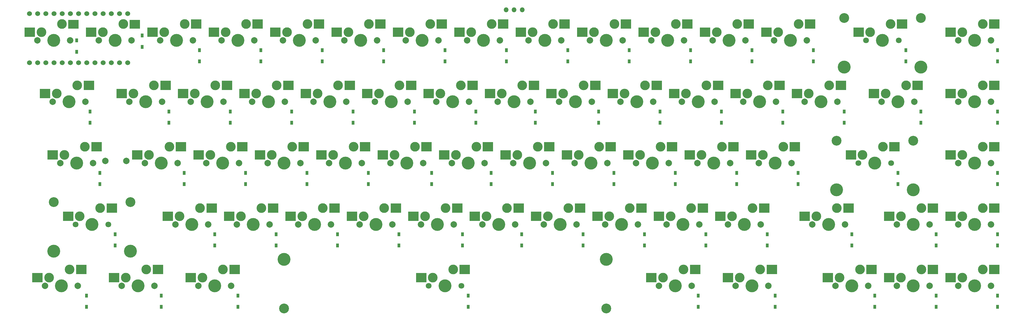
<source format=gbs>
G04 #@! TF.GenerationSoftware,KiCad,Pcbnew,(5.1.4)-1*
G04 #@! TF.CreationDate,2021-12-30T21:43:56+09:00*
G04 #@! TF.ProjectId,gl65,676c3635-2e6b-4696-9361-645f70636258,rev?*
G04 #@! TF.SameCoordinates,Original*
G04 #@! TF.FileFunction,Soldermask,Bot*
G04 #@! TF.FilePolarity,Negative*
%FSLAX46Y46*%
G04 Gerber Fmt 4.6, Leading zero omitted, Abs format (unit mm)*
G04 Created by KiCad (PCBNEW (5.1.4)-1) date 2021-12-30 21:43:56*
%MOMM*%
%LPD*%
G04 APERTURE LIST*
%ADD10R,3.300000X3.000000*%
%ADD11C,2.000000*%
%ADD12C,4.000000*%
%ADD13C,3.000000*%
%ADD14R,3.300000X2.800000*%
%ADD15C,1.524000*%
%ADD16C,3.050000*%
%ADD17C,1.800000*%
%ADD18O,1.500000X1.500000*%
%ADD19R,0.950000X1.300000*%
G04 APERTURE END LIST*
D10*
X115687500Y-80605000D03*
D11*
X104457500Y-85725000D03*
X114617500Y-85725000D03*
D12*
X109537500Y-85725000D03*
D13*
X112077500Y-80645000D03*
X105727500Y-83185000D03*
D10*
X102087500Y-83145000D03*
X40175000Y-25995000D03*
D13*
X43815000Y-26035000D03*
X50165000Y-23495000D03*
D12*
X47625000Y-28575000D03*
D11*
X52705000Y-28575000D03*
X42545000Y-28575000D03*
D14*
X53775000Y-23555000D03*
D10*
X25887500Y-45045000D03*
D13*
X29527500Y-45085000D03*
X35877500Y-42545000D03*
D12*
X33337500Y-47625000D03*
D11*
X38417500Y-47625000D03*
X28257500Y-47625000D03*
D10*
X39487500Y-42505000D03*
X21125000Y-25995000D03*
D13*
X24765000Y-26035000D03*
X31115000Y-23495000D03*
D12*
X28575000Y-28575000D03*
D11*
X33655000Y-28575000D03*
X23495000Y-28575000D03*
D14*
X34725000Y-23555000D03*
D10*
X320475000Y-23455000D03*
D11*
X309245000Y-28575000D03*
X319405000Y-28575000D03*
D12*
X314325000Y-28575000D03*
D13*
X316865000Y-23495000D03*
X310515000Y-26035000D03*
D10*
X306875000Y-25995000D03*
D15*
X49026750Y-35488600D03*
X46486750Y-35488600D03*
X43946750Y-35488600D03*
X41406750Y-35488600D03*
X38866750Y-35488600D03*
X36326750Y-35488600D03*
X33786750Y-35488600D03*
X31246750Y-35488600D03*
X28706750Y-35488600D03*
X26166750Y-35488600D03*
X23626750Y-35488600D03*
X21086750Y-35488600D03*
X21086750Y-20268600D03*
X23626750Y-20268600D03*
X26166750Y-20268600D03*
X28706750Y-20268600D03*
X31246750Y-20268600D03*
X33786750Y-20268600D03*
X36326750Y-20268600D03*
X38866750Y-20268600D03*
X41406750Y-20268600D03*
X43946750Y-20268600D03*
X46486750Y-20268600D03*
X49026750Y-20268600D03*
X51566750Y-20268600D03*
X51566750Y-35488600D03*
D11*
X51070000Y-65980000D03*
X44570000Y-65980000D03*
D10*
X320475000Y-99655000D03*
D11*
X309245000Y-104775000D03*
X319405000Y-104775000D03*
D12*
X314325000Y-104775000D03*
D13*
X316865000Y-99695000D03*
X310515000Y-102235000D03*
D10*
X306875000Y-102195000D03*
X301425000Y-99655000D03*
D11*
X290195000Y-104775000D03*
X300355000Y-104775000D03*
D12*
X295275000Y-104775000D03*
D13*
X297815000Y-99695000D03*
X291465000Y-102235000D03*
D10*
X287825000Y-102195000D03*
X282375000Y-99655000D03*
D11*
X271145000Y-104775000D03*
X281305000Y-104775000D03*
D12*
X276225000Y-104775000D03*
D13*
X278765000Y-99695000D03*
X272415000Y-102235000D03*
D10*
X268775000Y-102195000D03*
X251418750Y-99655000D03*
D11*
X240188750Y-104775000D03*
X250348750Y-104775000D03*
D12*
X245268750Y-104775000D03*
D13*
X247808750Y-99695000D03*
X241458750Y-102235000D03*
D10*
X237818750Y-102195000D03*
X227606250Y-99655000D03*
D11*
X216376250Y-104775000D03*
X226536250Y-104775000D03*
D12*
X221456250Y-104775000D03*
D13*
X223996250Y-99695000D03*
X217646250Y-102235000D03*
D10*
X214006250Y-102195000D03*
D12*
X200028750Y-96535000D03*
X100008750Y-96535000D03*
D16*
X100008750Y-111775000D03*
X200028750Y-111775000D03*
D10*
X142618750Y-102235000D03*
D13*
X152558750Y-99695000D03*
D12*
X150018750Y-104775000D03*
D17*
X155098750Y-104775000D03*
X144938750Y-104775000D03*
D13*
X146208750Y-102235000D03*
D10*
X156118750Y-99695000D03*
X84731250Y-99655000D03*
D11*
X73501250Y-104775000D03*
X83661250Y-104775000D03*
D12*
X78581250Y-104775000D03*
D13*
X81121250Y-99695000D03*
X74771250Y-102235000D03*
D10*
X71131250Y-102195000D03*
X60918750Y-99655000D03*
D11*
X49688750Y-104775000D03*
X59848750Y-104775000D03*
D12*
X54768750Y-104775000D03*
D13*
X57308750Y-99695000D03*
X50958750Y-102235000D03*
D10*
X47318750Y-102195000D03*
X37106250Y-99655000D03*
D11*
X25876250Y-104775000D03*
X36036250Y-104775000D03*
D12*
X30956250Y-104775000D03*
D13*
X33496250Y-99695000D03*
X27146250Y-102235000D03*
D10*
X23506250Y-102195000D03*
X320475000Y-80605000D03*
D11*
X309245000Y-85725000D03*
X319405000Y-85725000D03*
D12*
X314325000Y-85725000D03*
D13*
X316865000Y-80645000D03*
X310515000Y-83185000D03*
D10*
X306875000Y-83145000D03*
X301425000Y-80605000D03*
D11*
X290195000Y-85725000D03*
X300355000Y-85725000D03*
D12*
X295275000Y-85725000D03*
D13*
X297815000Y-80645000D03*
X291465000Y-83185000D03*
D10*
X287825000Y-83145000D03*
X261631250Y-83145000D03*
D13*
X265271250Y-83185000D03*
X271621250Y-80645000D03*
D12*
X269081250Y-85725000D03*
D11*
X274161250Y-85725000D03*
X264001250Y-85725000D03*
D10*
X275231250Y-80605000D03*
X249037500Y-80605000D03*
D11*
X237807500Y-85725000D03*
X247967500Y-85725000D03*
D12*
X242887500Y-85725000D03*
D13*
X245427500Y-80645000D03*
X239077500Y-83185000D03*
D10*
X235437500Y-83145000D03*
X229987500Y-80605000D03*
D11*
X218757500Y-85725000D03*
X228917500Y-85725000D03*
D12*
X223837500Y-85725000D03*
D13*
X226377500Y-80645000D03*
X220027500Y-83185000D03*
D10*
X216387500Y-83145000D03*
X210937500Y-80605000D03*
D11*
X199707500Y-85725000D03*
X209867500Y-85725000D03*
D12*
X204787500Y-85725000D03*
D13*
X207327500Y-80645000D03*
X200977500Y-83185000D03*
D10*
X197337500Y-83145000D03*
X191887500Y-80605000D03*
D11*
X180657500Y-85725000D03*
X190817500Y-85725000D03*
D12*
X185737500Y-85725000D03*
D13*
X188277500Y-80645000D03*
X181927500Y-83185000D03*
D10*
X178287500Y-83145000D03*
X172837500Y-80605000D03*
D11*
X161607500Y-85725000D03*
X171767500Y-85725000D03*
D12*
X166687500Y-85725000D03*
D13*
X169227500Y-80645000D03*
X162877500Y-83185000D03*
D10*
X159237500Y-83145000D03*
X153787500Y-80605000D03*
D11*
X142557500Y-85725000D03*
X152717500Y-85725000D03*
D12*
X147637500Y-85725000D03*
D13*
X150177500Y-80645000D03*
X143827500Y-83185000D03*
D10*
X140187500Y-83145000D03*
X134737500Y-80605000D03*
D11*
X123507500Y-85725000D03*
X133667500Y-85725000D03*
D12*
X128587500Y-85725000D03*
D13*
X131127500Y-80645000D03*
X124777500Y-83185000D03*
D10*
X121137500Y-83145000D03*
X96637500Y-80605000D03*
D11*
X85407500Y-85725000D03*
X95567500Y-85725000D03*
D12*
X90487500Y-85725000D03*
D13*
X93027500Y-80645000D03*
X86677500Y-83185000D03*
D10*
X83037500Y-83145000D03*
X77587500Y-80605000D03*
D11*
X66357500Y-85725000D03*
X76517500Y-85725000D03*
D12*
X71437500Y-85725000D03*
D13*
X73977500Y-80645000D03*
X67627500Y-83185000D03*
D10*
X63987500Y-83145000D03*
X46581250Y-80645000D03*
D13*
X36671250Y-83185000D03*
D17*
X35401250Y-85725000D03*
X45561250Y-85725000D03*
D12*
X40481250Y-85725000D03*
D13*
X43021250Y-80645000D03*
D10*
X33081250Y-83185000D03*
D16*
X28581250Y-78725000D03*
X52381250Y-78725000D03*
D12*
X52381250Y-93965000D03*
X28581250Y-93965000D03*
D10*
X320475000Y-61555000D03*
D11*
X309245000Y-66675000D03*
X319405000Y-66675000D03*
D12*
X314325000Y-66675000D03*
D13*
X316865000Y-61595000D03*
X310515000Y-64135000D03*
D10*
X306875000Y-64095000D03*
X289468750Y-61595000D03*
D13*
X279558750Y-64135000D03*
D17*
X278288750Y-66675000D03*
X288448750Y-66675000D03*
D12*
X283368750Y-66675000D03*
D13*
X285908750Y-61595000D03*
D10*
X275968750Y-64135000D03*
D16*
X271468750Y-59675000D03*
X295268750Y-59675000D03*
D12*
X295268750Y-74915000D03*
X271468750Y-74915000D03*
D10*
X258562500Y-61555000D03*
D11*
X247332500Y-66675000D03*
X257492500Y-66675000D03*
D12*
X252412500Y-66675000D03*
D13*
X254952500Y-61595000D03*
X248602500Y-64135000D03*
D10*
X244962500Y-64095000D03*
X239512500Y-61555000D03*
D11*
X228282500Y-66675000D03*
X238442500Y-66675000D03*
D12*
X233362500Y-66675000D03*
D13*
X235902500Y-61595000D03*
X229552500Y-64135000D03*
D10*
X225912500Y-64095000D03*
X220462500Y-61555000D03*
D11*
X209232500Y-66675000D03*
X219392500Y-66675000D03*
D12*
X214312500Y-66675000D03*
D13*
X216852500Y-61595000D03*
X210502500Y-64135000D03*
D10*
X206862500Y-64095000D03*
X201412500Y-61555000D03*
D11*
X190182500Y-66675000D03*
X200342500Y-66675000D03*
D12*
X195262500Y-66675000D03*
D13*
X197802500Y-61595000D03*
X191452500Y-64135000D03*
D10*
X187812500Y-64095000D03*
X182362500Y-61555000D03*
D11*
X171132500Y-66675000D03*
X181292500Y-66675000D03*
D12*
X176212500Y-66675000D03*
D13*
X178752500Y-61595000D03*
X172402500Y-64135000D03*
D10*
X168762500Y-64095000D03*
X163312500Y-61555000D03*
D11*
X152082500Y-66675000D03*
X162242500Y-66675000D03*
D12*
X157162500Y-66675000D03*
D13*
X159702500Y-61595000D03*
X153352500Y-64135000D03*
D10*
X149712500Y-64095000D03*
X144262500Y-61555000D03*
D11*
X133032500Y-66675000D03*
X143192500Y-66675000D03*
D12*
X138112500Y-66675000D03*
D13*
X140652500Y-61595000D03*
X134302500Y-64135000D03*
D10*
X130662500Y-64095000D03*
X125212500Y-61555000D03*
D11*
X113982500Y-66675000D03*
X124142500Y-66675000D03*
D12*
X119062500Y-66675000D03*
D13*
X121602500Y-61595000D03*
X115252500Y-64135000D03*
D10*
X111612500Y-64095000D03*
X106162500Y-61555000D03*
D11*
X94932500Y-66675000D03*
X105092500Y-66675000D03*
D12*
X100012500Y-66675000D03*
D13*
X102552500Y-61595000D03*
X96202500Y-64135000D03*
D10*
X92562500Y-64095000D03*
X87112500Y-61555000D03*
D11*
X75882500Y-66675000D03*
X86042500Y-66675000D03*
D12*
X80962500Y-66675000D03*
D13*
X83502500Y-61595000D03*
X77152500Y-64135000D03*
D10*
X73512500Y-64095000D03*
X68062500Y-61555000D03*
D11*
X56832500Y-66675000D03*
X66992500Y-66675000D03*
D12*
X61912500Y-66675000D03*
D13*
X64452500Y-61595000D03*
X58102500Y-64135000D03*
D10*
X54462500Y-64095000D03*
X28268750Y-64095000D03*
D13*
X31908750Y-64135000D03*
X38258750Y-61595000D03*
D12*
X35718750Y-66675000D03*
D11*
X40798750Y-66675000D03*
X30638750Y-66675000D03*
D10*
X41868750Y-61555000D03*
X320475000Y-42505000D03*
D11*
X309245000Y-47625000D03*
X319405000Y-47625000D03*
D12*
X314325000Y-47625000D03*
D13*
X316865000Y-42545000D03*
X310515000Y-45085000D03*
D10*
X306875000Y-45045000D03*
X283062500Y-45045000D03*
D13*
X286702500Y-45085000D03*
X293052500Y-42545000D03*
D12*
X290512500Y-47625000D03*
D11*
X295592500Y-47625000D03*
X285432500Y-47625000D03*
D10*
X296662500Y-42505000D03*
X272850000Y-42505000D03*
D11*
X261620000Y-47625000D03*
X271780000Y-47625000D03*
D12*
X266700000Y-47625000D03*
D13*
X269240000Y-42545000D03*
X262890000Y-45085000D03*
D10*
X259250000Y-45045000D03*
X253800000Y-42505000D03*
D11*
X242570000Y-47625000D03*
X252730000Y-47625000D03*
D12*
X247650000Y-47625000D03*
D13*
X250190000Y-42545000D03*
X243840000Y-45085000D03*
D10*
X240200000Y-45045000D03*
X234750000Y-42505000D03*
D11*
X223520000Y-47625000D03*
X233680000Y-47625000D03*
D12*
X228600000Y-47625000D03*
D13*
X231140000Y-42545000D03*
X224790000Y-45085000D03*
D10*
X221150000Y-45045000D03*
X215700000Y-42505000D03*
D11*
X204470000Y-47625000D03*
X214630000Y-47625000D03*
D12*
X209550000Y-47625000D03*
D13*
X212090000Y-42545000D03*
X205740000Y-45085000D03*
D10*
X202100000Y-45045000D03*
X196650000Y-42505000D03*
D11*
X185420000Y-47625000D03*
X195580000Y-47625000D03*
D12*
X190500000Y-47625000D03*
D13*
X193040000Y-42545000D03*
X186690000Y-45085000D03*
D10*
X183050000Y-45045000D03*
X177600000Y-42505000D03*
D11*
X166370000Y-47625000D03*
X176530000Y-47625000D03*
D12*
X171450000Y-47625000D03*
D13*
X173990000Y-42545000D03*
X167640000Y-45085000D03*
D10*
X164000000Y-45045000D03*
X158550000Y-42505000D03*
D11*
X147320000Y-47625000D03*
X157480000Y-47625000D03*
D12*
X152400000Y-47625000D03*
D13*
X154940000Y-42545000D03*
X148590000Y-45085000D03*
D10*
X144950000Y-45045000D03*
X139500000Y-42505000D03*
D11*
X128270000Y-47625000D03*
X138430000Y-47625000D03*
D12*
X133350000Y-47625000D03*
D13*
X135890000Y-42545000D03*
X129540000Y-45085000D03*
D10*
X125900000Y-45045000D03*
X120450000Y-42505000D03*
D11*
X109220000Y-47625000D03*
X119380000Y-47625000D03*
D12*
X114300000Y-47625000D03*
D13*
X116840000Y-42545000D03*
X110490000Y-45085000D03*
D10*
X106850000Y-45045000D03*
X101400000Y-42505000D03*
D11*
X90170000Y-47625000D03*
X100330000Y-47625000D03*
D12*
X95250000Y-47625000D03*
D13*
X97790000Y-42545000D03*
X91440000Y-45085000D03*
D10*
X87800000Y-45045000D03*
X82350000Y-42505000D03*
D11*
X71120000Y-47625000D03*
X81280000Y-47625000D03*
D12*
X76200000Y-47625000D03*
D13*
X78740000Y-42545000D03*
X72390000Y-45085000D03*
D10*
X68750000Y-45045000D03*
X63300000Y-42505000D03*
D11*
X52070000Y-47625000D03*
X62230000Y-47625000D03*
D12*
X57150000Y-47625000D03*
D13*
X59690000Y-42545000D03*
X53340000Y-45085000D03*
D10*
X49700000Y-45045000D03*
D12*
X273850000Y-36815000D03*
X297650000Y-36815000D03*
D16*
X297650000Y-21575000D03*
X273850000Y-21575000D03*
D10*
X278350000Y-26035000D03*
D13*
X288290000Y-23495000D03*
D12*
X285750000Y-28575000D03*
D17*
X290830000Y-28575000D03*
X280670000Y-28575000D03*
D13*
X281940000Y-26035000D03*
D10*
X291850000Y-23495000D03*
X263325000Y-23455000D03*
D11*
X252095000Y-28575000D03*
X262255000Y-28575000D03*
D12*
X257175000Y-28575000D03*
D13*
X259715000Y-23495000D03*
X253365000Y-26035000D03*
D10*
X249725000Y-25995000D03*
X244275000Y-23455000D03*
D11*
X233045000Y-28575000D03*
X243205000Y-28575000D03*
D12*
X238125000Y-28575000D03*
D13*
X240665000Y-23495000D03*
X234315000Y-26035000D03*
D10*
X230675000Y-25995000D03*
X225225000Y-23455000D03*
D11*
X213995000Y-28575000D03*
X224155000Y-28575000D03*
D12*
X219075000Y-28575000D03*
D13*
X221615000Y-23495000D03*
X215265000Y-26035000D03*
D10*
X211625000Y-25995000D03*
X206175000Y-23455000D03*
D11*
X194945000Y-28575000D03*
X205105000Y-28575000D03*
D12*
X200025000Y-28575000D03*
D13*
X202565000Y-23495000D03*
X196215000Y-26035000D03*
D10*
X192575000Y-25995000D03*
X187125000Y-23455000D03*
D11*
X175895000Y-28575000D03*
X186055000Y-28575000D03*
D12*
X180975000Y-28575000D03*
D13*
X183515000Y-23495000D03*
X177165000Y-26035000D03*
D10*
X173525000Y-25995000D03*
X168075000Y-23455000D03*
D11*
X156845000Y-28575000D03*
X167005000Y-28575000D03*
D12*
X161925000Y-28575000D03*
D13*
X164465000Y-23495000D03*
X158115000Y-26035000D03*
D10*
X154475000Y-25995000D03*
X149025000Y-23455000D03*
D11*
X137795000Y-28575000D03*
X147955000Y-28575000D03*
D12*
X142875000Y-28575000D03*
D13*
X145415000Y-23495000D03*
X139065000Y-26035000D03*
D10*
X135425000Y-25995000D03*
X129975000Y-23455000D03*
D11*
X118745000Y-28575000D03*
X128905000Y-28575000D03*
D12*
X123825000Y-28575000D03*
D13*
X126365000Y-23495000D03*
X120015000Y-26035000D03*
D10*
X116375000Y-25995000D03*
X110925000Y-23455000D03*
D11*
X99695000Y-28575000D03*
X109855000Y-28575000D03*
D12*
X104775000Y-28575000D03*
D13*
X107315000Y-23495000D03*
X100965000Y-26035000D03*
D10*
X97325000Y-25995000D03*
X91875000Y-23455000D03*
D11*
X80645000Y-28575000D03*
X90805000Y-28575000D03*
D12*
X85725000Y-28575000D03*
D13*
X88265000Y-23495000D03*
X81915000Y-26035000D03*
D10*
X78275000Y-25995000D03*
X72825000Y-23455000D03*
D11*
X61595000Y-28575000D03*
X71755000Y-28575000D03*
D12*
X66675000Y-28575000D03*
D13*
X69215000Y-23495000D03*
X62865000Y-26035000D03*
D10*
X59225000Y-25995000D03*
D18*
X168950000Y-19100000D03*
X171450000Y-19100000D03*
X173950000Y-19100000D03*
D19*
X321468750Y-111312500D03*
X321468750Y-107762500D03*
X302418750Y-111312500D03*
X302418750Y-107762500D03*
X283368750Y-111312500D03*
X283368750Y-107762500D03*
X252412500Y-111312500D03*
X252412500Y-107762500D03*
X228600000Y-111312500D03*
X228600000Y-107762500D03*
X157162500Y-107762500D03*
X157162500Y-111312500D03*
X85725000Y-107762500D03*
X85725000Y-111312500D03*
X61912500Y-107762500D03*
X61912500Y-111312500D03*
X38706250Y-107762500D03*
X38706250Y-111312500D03*
X321468750Y-92262500D03*
X321468750Y-88712500D03*
X302418750Y-92262500D03*
X302418750Y-88712500D03*
X276225000Y-92262500D03*
X276225000Y-88712500D03*
X250031250Y-92262500D03*
X250031250Y-88712500D03*
X230981250Y-92262500D03*
X230981250Y-88712500D03*
X211931250Y-92262500D03*
X211931250Y-88712500D03*
X192881250Y-92262500D03*
X192881250Y-88712500D03*
X173831250Y-88712500D03*
X173831250Y-92262500D03*
X155387500Y-88712500D03*
X155387500Y-92262500D03*
X135731250Y-88712500D03*
X135731250Y-92262500D03*
X116681250Y-88712500D03*
X116681250Y-92262500D03*
X97631250Y-88712500D03*
X97631250Y-92262500D03*
X78581250Y-88712500D03*
X78581250Y-92262500D03*
X47625000Y-88712500D03*
X47625000Y-92262500D03*
X321468750Y-73212500D03*
X321468750Y-69662500D03*
X290512500Y-73212500D03*
X290512500Y-69662500D03*
X259556250Y-73212500D03*
X259556250Y-69662500D03*
X240506250Y-73212500D03*
X240506250Y-69662500D03*
X221456250Y-73212500D03*
X221456250Y-69662500D03*
X202406250Y-73212500D03*
X202406250Y-69662500D03*
X183356250Y-73212500D03*
X183356250Y-69662500D03*
X164306250Y-69662500D03*
X164306250Y-73212500D03*
X145862500Y-69662500D03*
X145862500Y-73212500D03*
X126206250Y-69662500D03*
X126206250Y-73212500D03*
X107156250Y-69662500D03*
X107156250Y-73212500D03*
X88106250Y-69662500D03*
X88106250Y-73212500D03*
X69056250Y-69662500D03*
X69056250Y-73212500D03*
X42862500Y-69662500D03*
X42862500Y-73212500D03*
X321468750Y-54162500D03*
X321468750Y-50612500D03*
X297656250Y-54162500D03*
X297656250Y-50612500D03*
X273843750Y-54162500D03*
X273843750Y-50612500D03*
X254793750Y-54162500D03*
X254793750Y-50612500D03*
X235743750Y-54162500D03*
X235743750Y-50612500D03*
X216693750Y-54162500D03*
X216693750Y-50612500D03*
X197643750Y-54162500D03*
X197643750Y-50612500D03*
X178000000Y-54162500D03*
X178000000Y-50612500D03*
X159543750Y-50612500D03*
X159543750Y-54162500D03*
X140493750Y-50612500D03*
X140493750Y-54162500D03*
X121443750Y-50612500D03*
X121443750Y-54162500D03*
X102393750Y-50612500D03*
X102393750Y-54162500D03*
X83343750Y-50612500D03*
X83343750Y-54162500D03*
X64293750Y-50612500D03*
X64293750Y-54162500D03*
X39875000Y-50612500D03*
X39875000Y-54162500D03*
X321468750Y-35112500D03*
X321468750Y-31562500D03*
X293000000Y-35112500D03*
X293000000Y-31562500D03*
X264318750Y-35112500D03*
X264318750Y-31562500D03*
X245268750Y-35112500D03*
X245268750Y-31562500D03*
X226218750Y-35112500D03*
X226218750Y-31562500D03*
X207168750Y-35112500D03*
X207168750Y-31562500D03*
X188118750Y-35112500D03*
X188118750Y-31562500D03*
X169068750Y-35112500D03*
X169068750Y-31562500D03*
X150018750Y-31562500D03*
X150018750Y-35112500D03*
X130968750Y-31562500D03*
X130968750Y-35112500D03*
X111918750Y-31562500D03*
X111918750Y-35112500D03*
X92868750Y-31562500D03*
X92868750Y-35112500D03*
X73818750Y-31562500D03*
X73818750Y-35112500D03*
X56000000Y-27000000D03*
X56000000Y-30550000D03*
X35718750Y-28575000D03*
X35718750Y-32125000D03*
M02*

</source>
